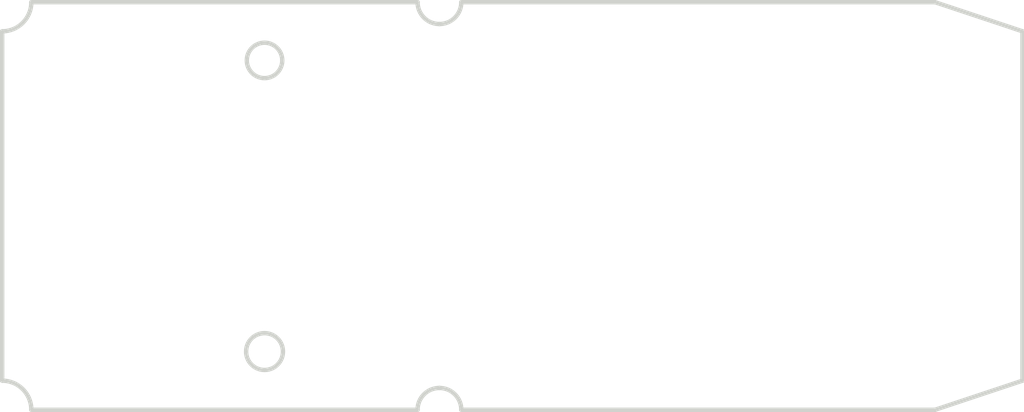
<source format=kicad_pcb>
(kicad_pcb (version 4) (host pcbnew 4.0.5)

  (general
    (links 0)
    (no_connects 0)
    (area 84.899999 59.899999 120.100001 74.100001)
    (thickness 1.6)
    (drawings 20)
    (tracks 0)
    (zones 0)
    (modules 0)
    (nets 1)
  )

  (page A4)
  (layers
    (0 F.Cu signal)
    (31 B.Cu signal)
    (32 B.Adhes user)
    (33 F.Adhes user)
    (34 B.Paste user)
    (35 F.Paste user)
    (36 B.SilkS user)
    (37 F.SilkS user)
    (38 B.Mask user)
    (39 F.Mask user)
    (40 Dwgs.User user)
    (41 Cmts.User user)
    (42 Eco1.User user hide)
    (43 Eco2.User user)
    (44 Edge.Cuts user)
    (45 Margin user)
    (46 B.CrtYd user)
    (47 F.CrtYd user)
    (48 B.Fab user)
    (49 F.Fab user)
  )

  (setup
    (last_trace_width 0.25)
    (trace_clearance 0.2)
    (zone_clearance 0.508)
    (zone_45_only no)
    (trace_min 0.2)
    (segment_width 0.2)
    (edge_width 0.15)
    (via_size 0.6)
    (via_drill 0.4)
    (via_min_size 0.4)
    (via_min_drill 0.3)
    (uvia_size 0.3)
    (uvia_drill 0.1)
    (uvias_allowed no)
    (uvia_min_size 0.2)
    (uvia_min_drill 0.1)
    (pcb_text_width 0.3)
    (pcb_text_size 1.5 1.5)
    (mod_edge_width 0.15)
    (mod_text_size 1 1)
    (mod_text_width 0.15)
    (pad_size 1.524 1.524)
    (pad_drill 0.762)
    (pad_to_mask_clearance 0.2)
    (aux_axis_origin 0 0)
    (visible_elements FFFFFF7F)
    (pcbplotparams
      (layerselection 0x00030_80000001)
      (usegerberextensions false)
      (excludeedgelayer true)
      (linewidth 0.100000)
      (plotframeref false)
      (viasonmask false)
      (mode 1)
      (useauxorigin false)
      (hpglpennumber 1)
      (hpglpenspeed 20)
      (hpglpendiameter 15)
      (hpglpenoverlay 2)
      (psnegative false)
      (psa4output false)
      (plotreference true)
      (plotvalue true)
      (plotinvisibletext false)
      (padsonsilk false)
      (subtractmaskfromsilk false)
      (outputformat 1)
      (mirror false)
      (drillshape 1)
      (scaleselection 1)
      (outputdirectory ""))
  )

  (net 0 "")

  (net_class Default "This is the default net class."
    (clearance 0.2)
    (trace_width 0.25)
    (via_dia 0.6)
    (via_drill 0.4)
    (uvia_dia 0.3)
    (uvia_drill 0.1)
  )

  (gr_circle (center 94 72) (end 94.6 72.2) (layer Edge.Cuts) (width 0.15))
  (gr_circle (center 94 62) (end 94.6 62.1) (layer Edge.Cuts) (width 0.15))
  (gr_arc (start 100 60) (end 100.75 60) (angle 90) (layer Edge.Cuts) (width 0.15))
  (gr_arc (start 100 60) (end 100 60.75) (angle 90) (layer Edge.Cuts) (width 0.15))
  (gr_arc (start 100 74) (end 100 73.25) (angle 90) (layer Edge.Cuts) (width 0.15))
  (gr_arc (start 100 74) (end 99.25 74) (angle 90) (layer Edge.Cuts) (width 0.15))
  (gr_arc (start 85 74) (end 85 73) (angle 90) (layer Edge.Cuts) (width 0.15))
  (gr_arc (start 85 60) (end 86 60) (angle 90) (layer Edge.Cuts) (width 0.15))
  (gr_line (start 85 73) (end 85 61) (angle 90) (layer Edge.Cuts) (width 0.15))
  (gr_line (start 99.25 74) (end 86 74) (angle 90) (layer Edge.Cuts) (width 0.15))
  (gr_line (start 117 74) (end 100.75 74) (angle 90) (layer Edge.Cuts) (width 0.15))
  (gr_line (start 120 73) (end 117 74) (angle 90) (layer Edge.Cuts) (width 0.15))
  (gr_line (start 120 61) (end 120 73) (angle 90) (layer Edge.Cuts) (width 0.15))
  (gr_line (start 117 60) (end 120 61) (angle 90) (layer Edge.Cuts) (width 0.15))
  (gr_line (start 100.75 60) (end 117 60) (angle 90) (layer Edge.Cuts) (width 0.15))
  (gr_line (start 86 60) (end 99.25 60) (angle 90) (layer Edge.Cuts) (width 0.15))
  (gr_line (start 85 74) (end 85 60) (angle 90) (layer Eco1.User) (width 0.2))
  (gr_line (start 120 74) (end 85 74) (angle 90) (layer Eco1.User) (width 0.2))
  (gr_line (start 120 60) (end 120 74) (angle 90) (layer Eco1.User) (width 0.2))
  (gr_line (start 85 60) (end 120 60) (angle 90) (layer Eco1.User) (width 0.2))

)

</source>
